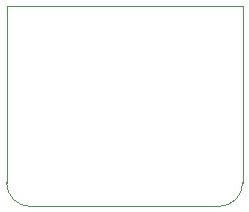
<source format=gbr>
%TF.GenerationSoftware,Altium Limited,Altium Designer,23.9.2 (47)*%
G04 Layer_Color=16711935*
%FSLAX45Y45*%
%MOMM*%
%TF.SameCoordinates,14EE52A8-4136-4093-BC95-9A2147CF655B*%
%TF.FilePolarity,Positive*%
%TF.FileFunction,Keep-out,Top*%
%TF.Part,Single*%
G01*
G75*
%TA.AperFunction,NonConductor*%
%ADD58C,0.10000*%
D58*
X1800000D02*
G03*
X2000000Y200000I0J200000D01*
G01*
X0D02*
G03*
X200000Y0I200000J0D01*
G01*
X2000000Y200000D02*
Y1700000D01*
X200000Y0D02*
X1800000D01*
X0Y200000D02*
Y1700000D01*
X2000000D01*
%TF.MD5,57f8d37276c2e04355e9bc22dd8b62fc*%
M02*

</source>
